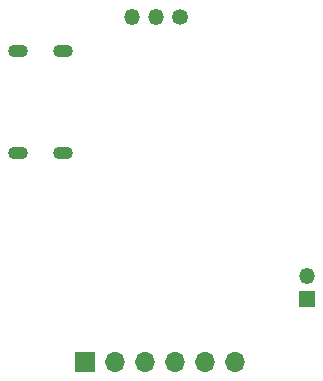
<source format=gbr>
%TF.GenerationSoftware,KiCad,Pcbnew,8.0.4*%
%TF.CreationDate,2024-12-08T23:45:12+08:00*%
%TF.ProjectId,funHomeSwitch,66756e48-6f6d-4655-9377-697463682e6b,rev?*%
%TF.SameCoordinates,Original*%
%TF.FileFunction,Soldermask,Bot*%
%TF.FilePolarity,Negative*%
%FSLAX46Y46*%
G04 Gerber Fmt 4.6, Leading zero omitted, Abs format (unit mm)*
G04 Created by KiCad (PCBNEW 8.0.4) date 2024-12-08 23:45:12*
%MOMM*%
%LPD*%
G01*
G04 APERTURE LIST*
%ADD10O,1.700000X1.100000*%
%ADD11C,1.350000*%
%ADD12O,1.350000X1.350000*%
%ADD13R,1.700000X1.700000*%
%ADD14O,1.700000X1.700000*%
%ADD15R,1.350000X1.350000*%
G04 APERTURE END LIST*
D10*
%TO.C,J3*%
X192725000Y-66625000D03*
X188925000Y-66625000D03*
X192725000Y-75265000D03*
X188925000Y-75265000D03*
%TD*%
D11*
%TO.C,J2*%
X202625000Y-63750000D03*
D12*
X200625000Y-63750000D03*
X198625000Y-63750000D03*
%TD*%
D13*
%TO.C,J1*%
X194610000Y-92975000D03*
D14*
X197150000Y-92975000D03*
X199690000Y-92975000D03*
X202230000Y-92975000D03*
X204770000Y-92975000D03*
X207310000Y-92975000D03*
%TD*%
D15*
%TO.C,J4*%
X213425000Y-87675000D03*
D12*
X213425000Y-85675000D03*
%TD*%
M02*

</source>
